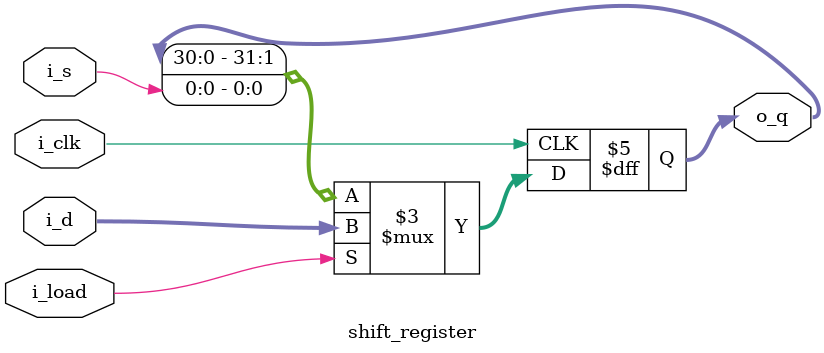
<source format=v>
module shift_register
#(	
	parameter	BW_DATA			= 32
)
(	
	output reg	[BW_DATA-1:0]	o_q,
	input		[BW_DATA-1:0]	i_d,
	input						i_load,
	input						i_clk,
	input						i_s
);
	always @(posedge i_clk) begin
		if (i_load)	begin
			o_q <= i_d;
		end else begin
			o_q <= {o_q[BW_DATA-2:0], i_s};
		end
	end

endmodule

</source>
